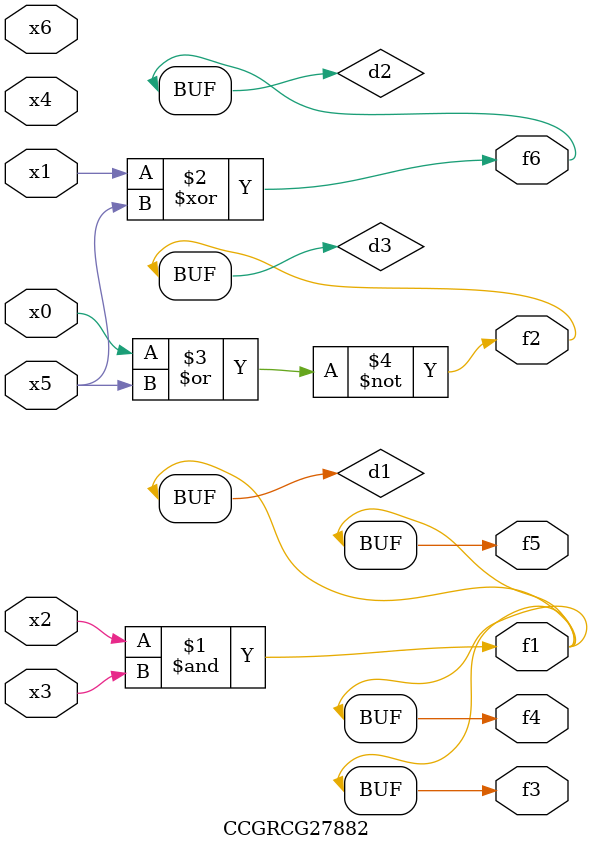
<source format=v>
module CCGRCG27882(
	input x0, x1, x2, x3, x4, x5, x6,
	output f1, f2, f3, f4, f5, f6
);

	wire d1, d2, d3;

	and (d1, x2, x3);
	xor (d2, x1, x5);
	nor (d3, x0, x5);
	assign f1 = d1;
	assign f2 = d3;
	assign f3 = d1;
	assign f4 = d1;
	assign f5 = d1;
	assign f6 = d2;
endmodule

</source>
